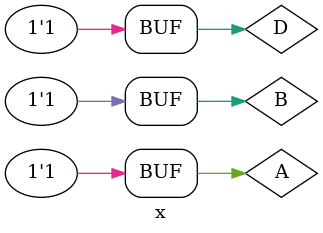
<source format=sv>
module x;

    reg D,A,B;
    wire y0,y1,y2,y3;
    dem d1(D,A,B,y0,y1,y2,y3);

    initial begin
        $display("D\tA\tB\tY0\tY1\tY2\tY3\n");
        $monitor("%b\t%b\t%b\t%b\t%b\t%b\t%b\t",D,A,B,y0,y1,y2,y3);
        D=1;
        A = 0;
        B = 0;
        #5
        A = 0;
        B = 1;
        #5
        A = 1;
        B = 0;
        #5
        A = 1;
        B = 1;
    end 

endmodule

</source>
